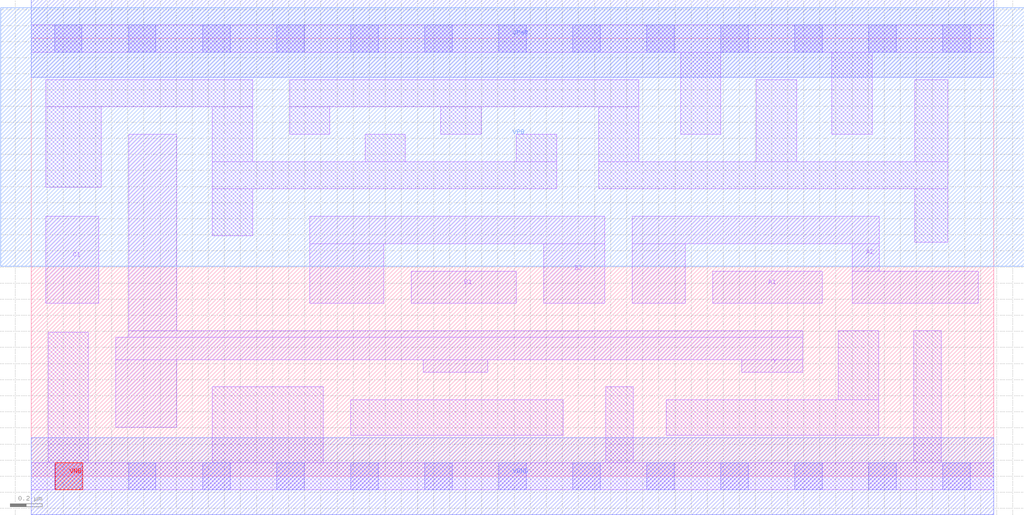
<source format=lef>
# Copyright 2020 The SkyWater PDK Authors
#
# Licensed under the Apache License, Version 2.0 (the "License");
# you may not use this file except in compliance with the License.
# You may obtain a copy of the License at
#
#     https://www.apache.org/licenses/LICENSE-2.0
#
# Unless required by applicable law or agreed to in writing, software
# distributed under the License is distributed on an "AS IS" BASIS,
# WITHOUT WARRANTIES OR CONDITIONS OF ANY KIND, either express or implied.
# See the License for the specific language governing permissions and
# limitations under the License.
#
# SPDX-License-Identifier: Apache-2.0

VERSION 5.7 ;
  NOWIREEXTENSIONATPIN ON ;
  DIVIDERCHAR "/" ;
  BUSBITCHARS "[]" ;
PROPERTYDEFINITIONS
  MACRO maskLayoutSubType STRING ;
  MACRO prCellType STRING ;
  MACRO originalViewName STRING ;
END PROPERTYDEFINITIONS
MACRO sky130_fd_sc_hdll__a221oi_2
  CLASS CORE ;
  FOREIGN sky130_fd_sc_hdll__a221oi_2 ;
  ORIGIN  0.000000  0.000000 ;
  SIZE  5.980000 BY  2.720000 ;
  SYMMETRY X Y R90 ;
  SITE unithd ;
  PIN A1
    ANTENNAGATEAREA  0.555000 ;
    DIRECTION INPUT ;
    USE SIGNAL ;
    PORT
      LAYER li1 ;
        RECT 4.235000 1.075000 4.915000 1.275000 ;
    END
  END A1
  PIN A2
    ANTENNAGATEAREA  0.555000 ;
    DIRECTION INPUT ;
    USE SIGNAL ;
    PORT
      LAYER li1 ;
        RECT 3.735000 1.075000 4.065000 1.445000 ;
        RECT 3.735000 1.445000 5.270000 1.615000 ;
        RECT 5.100000 1.075000 5.885000 1.275000 ;
        RECT 5.100000 1.275000 5.270000 1.445000 ;
    END
  END A2
  PIN B1
    ANTENNAGATEAREA  0.555000 ;
    DIRECTION INPUT ;
    USE SIGNAL ;
    PORT
      LAYER li1 ;
        RECT 2.360000 1.075000 3.015000 1.275000 ;
    END
  END B1
  PIN B2
    ANTENNAGATEAREA  0.555000 ;
    DIRECTION INPUT ;
    USE SIGNAL ;
    PORT
      LAYER li1 ;
        RECT 1.730000 1.075000 2.190000 1.445000 ;
        RECT 1.730000 1.445000 3.565000 1.615000 ;
        RECT 3.185000 1.075000 3.565000 1.445000 ;
    END
  END B2
  PIN C1
    ANTENNAGATEAREA  0.555000 ;
    DIRECTION INPUT ;
    USE SIGNAL ;
    PORT
      LAYER li1 ;
        RECT 0.090000 1.075000 0.420000 1.615000 ;
    END
  END C1
  PIN VNB
    PORT
      LAYER pwell ;
        RECT 0.150000 -0.085000 0.320000 0.085000 ;
    END
  END VNB
  PIN VPB
    PORT
      LAYER nwell ;
        RECT -0.190000 1.305000 6.170000 2.910000 ;
    END
  END VPB
  PIN Y
    ANTENNADIFFAREA  0.979000 ;
    DIRECTION OUTPUT ;
    USE SIGNAL ;
    PORT
      LAYER li1 ;
        RECT 0.525000 0.305000 0.905000 0.725000 ;
        RECT 0.525000 0.725000 4.795000 0.865000 ;
        RECT 0.605000 0.865000 4.795000 0.905000 ;
        RECT 0.605000 0.905000 0.905000 2.125000 ;
        RECT 2.435000 0.645000 2.835000 0.725000 ;
        RECT 4.415000 0.645000 4.795000 0.725000 ;
    END
  END Y
  PIN VGND
    DIRECTION INOUT ;
    USE GROUND ;
    PORT
      LAYER met1 ;
        RECT 0.000000 -0.240000 5.980000 0.240000 ;
    END
  END VGND
  PIN VPWR
    DIRECTION INOUT ;
    USE POWER ;
    PORT
      LAYER met1 ;
        RECT 0.000000 2.480000 5.980000 2.960000 ;
    END
  END VPWR
  OBS
    LAYER li1 ;
      RECT 0.000000 -0.085000 5.980000 0.085000 ;
      RECT 0.000000  2.635000 5.980000 2.805000 ;
      RECT 0.090000  1.795000 0.435000 2.295000 ;
      RECT 0.090000  2.295000 1.375000 2.465000 ;
      RECT 0.105000  0.085000 0.355000 0.895000 ;
      RECT 1.125000  0.085000 1.815000 0.555000 ;
      RECT 1.125000  1.495000 1.375000 1.785000 ;
      RECT 1.125000  1.785000 3.265000 1.955000 ;
      RECT 1.125000  1.955000 1.375000 2.295000 ;
      RECT 1.605000  2.125000 1.855000 2.295000 ;
      RECT 1.605000  2.295000 3.775000 2.465000 ;
      RECT 1.985000  0.255000 3.305000 0.475000 ;
      RECT 2.075000  1.955000 2.325000 2.125000 ;
      RECT 2.545000  2.125000 2.795000 2.295000 ;
      RECT 3.015000  1.955000 3.265000 2.125000 ;
      RECT 3.525000  1.785000 5.695000 1.955000 ;
      RECT 3.525000  1.955000 3.775000 2.295000 ;
      RECT 3.570000  0.085000 3.740000 0.555000 ;
      RECT 3.945000  0.255000 5.265000 0.475000 ;
      RECT 4.035000  2.125000 4.285000 2.635000 ;
      RECT 4.505000  1.955000 4.755000 2.465000 ;
      RECT 4.975000  2.125000 5.225000 2.635000 ;
      RECT 5.015000  0.475000 5.265000 0.905000 ;
      RECT 5.485000  0.085000 5.655000 0.905000 ;
      RECT 5.490000  1.455000 5.695000 1.785000 ;
      RECT 5.490000  1.955000 5.695000 2.465000 ;
    LAYER mcon ;
      RECT 0.145000 -0.085000 0.315000 0.085000 ;
      RECT 0.145000  2.635000 0.315000 2.805000 ;
      RECT 0.605000 -0.085000 0.775000 0.085000 ;
      RECT 0.605000  2.635000 0.775000 2.805000 ;
      RECT 1.065000 -0.085000 1.235000 0.085000 ;
      RECT 1.065000  2.635000 1.235000 2.805000 ;
      RECT 1.525000 -0.085000 1.695000 0.085000 ;
      RECT 1.525000  2.635000 1.695000 2.805000 ;
      RECT 1.985000 -0.085000 2.155000 0.085000 ;
      RECT 1.985000  2.635000 2.155000 2.805000 ;
      RECT 2.445000 -0.085000 2.615000 0.085000 ;
      RECT 2.445000  2.635000 2.615000 2.805000 ;
      RECT 2.905000 -0.085000 3.075000 0.085000 ;
      RECT 2.905000  2.635000 3.075000 2.805000 ;
      RECT 3.365000 -0.085000 3.535000 0.085000 ;
      RECT 3.365000  2.635000 3.535000 2.805000 ;
      RECT 3.825000 -0.085000 3.995000 0.085000 ;
      RECT 3.825000  2.635000 3.995000 2.805000 ;
      RECT 4.285000 -0.085000 4.455000 0.085000 ;
      RECT 4.285000  2.635000 4.455000 2.805000 ;
      RECT 4.745000 -0.085000 4.915000 0.085000 ;
      RECT 4.745000  2.635000 4.915000 2.805000 ;
      RECT 5.205000 -0.085000 5.375000 0.085000 ;
      RECT 5.205000  2.635000 5.375000 2.805000 ;
      RECT 5.665000 -0.085000 5.835000 0.085000 ;
      RECT 5.665000  2.635000 5.835000 2.805000 ;
  END
  PROPERTY maskLayoutSubType "abstract" ;
  PROPERTY prCellType "standard" ;
  PROPERTY originalViewName "layout" ;
END sky130_fd_sc_hdll__a221oi_2
END LIBRARY

</source>
